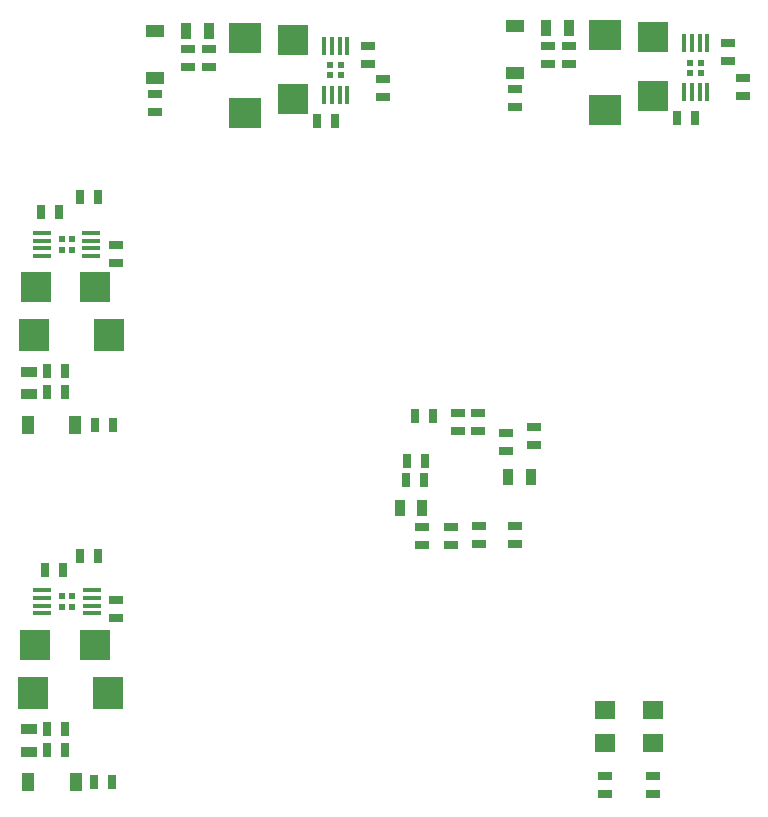
<source format=gbr>
G04 #@! TF.GenerationSoftware,KiCad,Pcbnew,(2017-08-08 revision 53204e097)-makepkg*
G04 #@! TF.CreationDate,2017-08-23T13:37:33+02:00*
G04 #@! TF.ProjectId,usbhub01a,7573626875623031612E6B696361645F,rev?*
G04 #@! TF.SameCoordinates,Original*
G04 #@! TF.FileFunction,Paste,Top*
G04 #@! TF.FilePolarity,Positive*
%FSLAX46Y46*%
G04 Gerber Fmt 4.6, Leading zero omitted, Abs format (unit mm)*
G04 Created by KiCad (PCBNEW (2017-08-08 revision 53204e097)-makepkg) date 08/23/17 13:37:33*
%MOMM*%
%LPD*%
G01*
G04 APERTURE LIST*
%ADD10R,1.800860X1.597660*%
%ADD11R,0.889000X1.397000*%
%ADD12R,2.550160X2.700020*%
%ADD13R,2.550160X2.499360*%
%ADD14R,2.700020X2.550160*%
%ADD15R,2.499360X2.550160*%
%ADD16R,1.050000X1.500000*%
%ADD17R,1.500000X1.050000*%
%ADD18R,1.397000X0.889000*%
%ADD19R,1.550000X0.420000*%
%ADD20R,0.504000X0.564000*%
%ADD21R,0.420000X1.550000*%
%ADD22R,0.564000X0.504000*%
%ADD23R,0.635000X1.143000*%
%ADD24R,1.143000X0.635000*%
G04 APERTURE END LIST*
D10*
X163013206Y-121502880D03*
X163013206Y-124342600D03*
X158956074Y-124335522D03*
X158956074Y-121495802D03*
D11*
X141592300Y-104419400D03*
X143497300Y-104419400D03*
D12*
X116913883Y-120066011D03*
X110563883Y-120066011D03*
X116992400Y-89789000D03*
X110642400Y-89789000D03*
D13*
X115755643Y-116002011D03*
X110706123Y-116002011D03*
X115808760Y-85725000D03*
X110759240Y-85725000D03*
D14*
X128524000Y-70993000D03*
X128524000Y-64643000D03*
X159004000Y-70739000D03*
X159004000Y-64389000D03*
D15*
X132588000Y-69834760D03*
X132588000Y-64785240D03*
X163068000Y-69580760D03*
X163068000Y-64531240D03*
D16*
X114141000Y-127648000D03*
X110141000Y-127648000D03*
X114109000Y-97409000D03*
X110109000Y-97409000D03*
D17*
X120891000Y-68005848D03*
X120891000Y-64005848D03*
X151384000Y-67627000D03*
X151384000Y-63627000D03*
D18*
X110182883Y-125082511D03*
X110182883Y-123177511D03*
X110236000Y-94805500D03*
X110236000Y-92900500D03*
D11*
X153987500Y-63754000D03*
X155892500Y-63754000D03*
X123507500Y-64008000D03*
X125412500Y-64008000D03*
D19*
X115531935Y-113362607D03*
X115531935Y-112712607D03*
X115531935Y-112062607D03*
X115531935Y-111412607D03*
X111321935Y-111412607D03*
X111321935Y-112062607D03*
X111321935Y-112712607D03*
X111321935Y-113362607D03*
D20*
X113006935Y-111917607D03*
X113006935Y-112857607D03*
X113846935Y-111917607D03*
X113846935Y-112857607D03*
D19*
X115478800Y-83106000D03*
X115478800Y-82456000D03*
X115478800Y-81806000D03*
X115478800Y-81156000D03*
X111268800Y-81156000D03*
X111268800Y-81806000D03*
X111268800Y-82456000D03*
X111268800Y-83106000D03*
D20*
X112953800Y-81661000D03*
X112953800Y-82601000D03*
X113793800Y-81661000D03*
X113793800Y-82601000D03*
D21*
X135207000Y-69488000D03*
X135857000Y-69488000D03*
X136507000Y-69488000D03*
X137157000Y-69488000D03*
X137157000Y-65278000D03*
X136507000Y-65278000D03*
X135857000Y-65278000D03*
X135207000Y-65278000D03*
D22*
X136652000Y-66963000D03*
X135712000Y-66963000D03*
X136652000Y-67803000D03*
X135712000Y-67803000D03*
D21*
X165687000Y-69249000D03*
X166337000Y-69249000D03*
X166987000Y-69249000D03*
X167637000Y-69249000D03*
X167637000Y-65039000D03*
X166987000Y-65039000D03*
X166337000Y-65039000D03*
X165687000Y-65039000D03*
D22*
X167132000Y-66724000D03*
X166192000Y-66724000D03*
X167132000Y-67564000D03*
X166192000Y-67564000D03*
D23*
X143662400Y-102082600D03*
X142138400Y-102082600D03*
D24*
X148259800Y-105994200D03*
X148259800Y-107518200D03*
X148183600Y-97917000D03*
X148183600Y-96393000D03*
X146558000Y-96367600D03*
X146558000Y-97891600D03*
D23*
X142875000Y-96672400D03*
X144399000Y-96672400D03*
X143687800Y-100457000D03*
X142163800Y-100457000D03*
D24*
X150622000Y-98120200D03*
X150622000Y-99644200D03*
X143459200Y-106045000D03*
X143459200Y-107569000D03*
X145923000Y-106032300D03*
X145923000Y-107556300D03*
X152933400Y-97561400D03*
X152933400Y-99085400D03*
X151307800Y-107467400D03*
X151307800Y-105943400D03*
X117528135Y-113716011D03*
X117528135Y-112192011D03*
X117602000Y-82169000D03*
X117602000Y-83693000D03*
D23*
X111706883Y-123114011D03*
X113230883Y-123114011D03*
X113284000Y-92837000D03*
X111760000Y-92837000D03*
X136144000Y-71628000D03*
X134620000Y-71628000D03*
X166624000Y-71374000D03*
X165100000Y-71374000D03*
D24*
X125476000Y-67056000D03*
X125476000Y-65532000D03*
X155956000Y-66802000D03*
X155956000Y-65278000D03*
D23*
X111706883Y-124892011D03*
X113230883Y-124892011D03*
X111760000Y-94615000D03*
X113284000Y-94615000D03*
D24*
X154178000Y-65278000D03*
X154178000Y-66802000D03*
X123698000Y-65532000D03*
X123698000Y-67056000D03*
X170688000Y-68021200D03*
X170688000Y-69545200D03*
X140157200Y-68072000D03*
X140157200Y-69596000D03*
D23*
X116027200Y-78130400D03*
X114503200Y-78130400D03*
X114554000Y-108458000D03*
X116078000Y-108458000D03*
X113032335Y-109642303D03*
X111508335Y-109642303D03*
X111252000Y-79375000D03*
X112776000Y-79375000D03*
X117221000Y-127635000D03*
X115697000Y-127635000D03*
X115824000Y-97409000D03*
X117348000Y-97409000D03*
D24*
X138938000Y-65278000D03*
X138938000Y-66802000D03*
X169418000Y-65024000D03*
X169418000Y-66548000D03*
X120904000Y-69342000D03*
X120904000Y-70866000D03*
X151384000Y-68961000D03*
X151384000Y-70485000D03*
X158953200Y-127106662D03*
X158953200Y-128630662D03*
D11*
X152692100Y-101803200D03*
X150787100Y-101803200D03*
D24*
X162991800Y-128625600D03*
X162991800Y-127101600D03*
M02*

</source>
